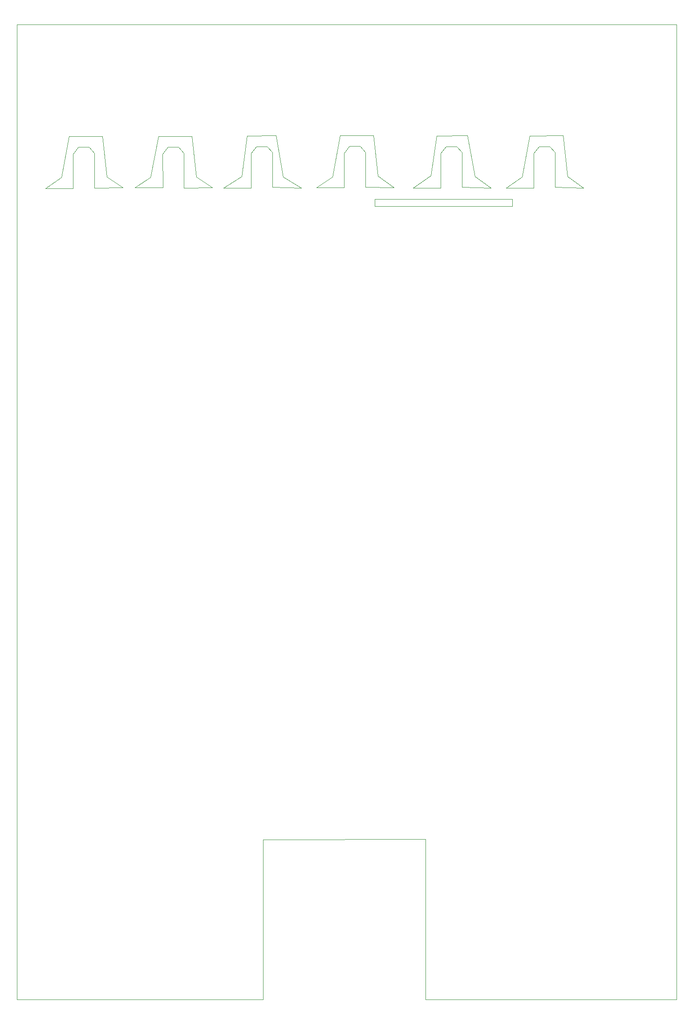
<source format=gm1>
%TF.GenerationSoftware,KiCad,Pcbnew,6.0.6-3a73a75311~116~ubuntu20.04.1*%
%TF.CreationDate,2022-07-08T20:35:28+03:00*%
%TF.ProjectId,kolos_system_2022,6b6f6c6f-735f-4737-9973-74656d5f3230,rev?*%
%TF.SameCoordinates,Original*%
%TF.FileFunction,Profile,NP*%
%FSLAX46Y46*%
G04 Gerber Fmt 4.6, Leading zero omitted, Abs format (unit mm)*
G04 Created by KiCad (PCBNEW 6.0.6-3a73a75311~116~ubuntu20.04.1) date 2022-07-08 20:35:28*
%MOMM*%
%LPD*%
G01*
G04 APERTURE LIST*
%TA.AperFunction,Profile*%
%ADD10C,0.100000*%
%TD*%
G04 APERTURE END LIST*
D10*
X124471305Y-66167000D02*
X127508000Y-68362276D01*
X122047000Y-68235276D01*
X122047000Y-61631276D01*
X121031000Y-60488276D01*
X118999000Y-60488276D01*
X117983000Y-61821776D01*
X117983000Y-68362276D01*
X112758979Y-68355729D01*
X116078000Y-66040000D01*
X117221000Y-58456276D01*
X123063000Y-58420000D01*
X124471305Y-66167000D01*
X131572000Y-71882000D02*
X105410000Y-71882000D01*
X105410000Y-70485000D01*
X131572000Y-70485000D01*
X131572000Y-71882000D01*
X106056305Y-66130724D02*
X109093000Y-68326000D01*
X103632000Y-68199000D01*
X103632000Y-61595000D01*
X102616000Y-60452000D01*
X100584000Y-60452000D01*
X99568000Y-61785500D01*
X99568000Y-68326000D01*
X94343979Y-68319453D01*
X97409000Y-66294000D01*
X98806000Y-58420000D01*
X105156000Y-58383724D01*
X106056305Y-66130724D01*
X142124305Y-66167000D02*
X145161000Y-68362276D01*
X139700000Y-68235276D01*
X139700000Y-61631276D01*
X138684000Y-60488276D01*
X136652000Y-60488276D01*
X135636000Y-61821776D01*
X135636000Y-68362276D01*
X130411979Y-68355729D01*
X133477000Y-66294000D01*
X134874000Y-58456276D01*
X141224000Y-58420000D01*
X142124305Y-66167000D01*
X54494305Y-66294000D02*
X57531000Y-68326000D01*
X52070000Y-68362276D01*
X52070000Y-61758276D01*
X51054000Y-60615276D01*
X49022000Y-60615276D01*
X48006000Y-61948776D01*
X48006000Y-68489276D01*
X42781979Y-68482729D01*
X45847000Y-66330276D01*
X47244000Y-58583276D01*
X53594000Y-58547000D01*
X54494305Y-66294000D01*
X162814000Y-222631000D02*
X115062000Y-222631000D01*
X115062000Y-192151000D01*
X84201000Y-192278000D01*
X84201000Y-222631000D01*
X37338000Y-222631000D01*
X37338000Y-37338000D01*
X162814000Y-37338000D01*
X162814000Y-222631000D01*
X88011000Y-66294000D02*
X91439942Y-68362276D01*
X85978942Y-68235276D01*
X85978942Y-61631276D01*
X84962942Y-60488276D01*
X82930942Y-60488276D01*
X81914942Y-61821776D01*
X81914942Y-68362276D01*
X76690921Y-68355729D01*
X80136942Y-66167000D01*
X81152942Y-58456276D01*
X86614000Y-58420000D01*
X88011000Y-66294000D01*
X71512305Y-66294000D02*
X74549000Y-68326000D01*
X69088000Y-68362276D01*
X69088000Y-61758276D01*
X68072000Y-60615276D01*
X66040000Y-60615276D01*
X65024000Y-61948776D01*
X65151000Y-68326000D01*
X59817000Y-68326000D01*
X62738000Y-66330276D01*
X64262000Y-58583276D01*
X70612000Y-58547000D01*
X71512305Y-66294000D01*
M02*

</source>
